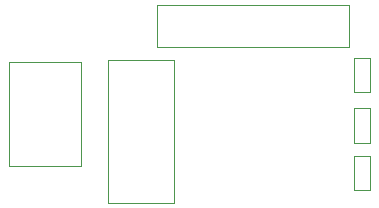
<source format=gbr>
G04 #@! TF.FileFunction,Other,User*
%FSLAX46Y46*%
G04 Gerber Fmt 4.6, Leading zero omitted, Abs format (unit mm)*
G04 Created by KiCad (PCBNEW 4.0.7) date 10/12/17 20:38:22*
%MOMM*%
%LPD*%
G01*
G04 APERTURE LIST*
%ADD10C,0.100000*%
%ADD11C,0.050000*%
G04 APERTURE END LIST*
D10*
D11*
X143072200Y-110054600D02*
X148672200Y-110054600D01*
X148672200Y-110054600D02*
X148672200Y-97954600D01*
X148672200Y-97954600D02*
X143072200Y-97954600D01*
X143072200Y-97954600D02*
X143072200Y-110054600D01*
X163891200Y-97813200D02*
X165191200Y-97813200D01*
X165191200Y-97813200D02*
X165191200Y-100713200D01*
X165191200Y-100713200D02*
X163891200Y-100713200D01*
X163891200Y-100713200D02*
X163891200Y-97813200D01*
X163891200Y-102067600D02*
X165191200Y-102067600D01*
X165191200Y-102067600D02*
X165191200Y-104967600D01*
X165191200Y-104967600D02*
X163891200Y-104967600D01*
X163891200Y-104967600D02*
X163891200Y-102067600D01*
X134689400Y-98114400D02*
X134689400Y-106914400D01*
X140789400Y-106914400D02*
X134689400Y-106914400D01*
X140789400Y-98114400D02*
X140789400Y-106914400D01*
X134689400Y-98114400D02*
X140789400Y-98114400D01*
X163471000Y-93297600D02*
X147171000Y-93297600D01*
X147171000Y-93297600D02*
X147171000Y-96897600D01*
X147171000Y-96897600D02*
X163471000Y-96897600D01*
X163471000Y-96897600D02*
X163471000Y-93297600D01*
X163891200Y-106080800D02*
X165191200Y-106080800D01*
X165191200Y-106080800D02*
X165191200Y-108980800D01*
X165191200Y-108980800D02*
X163891200Y-108980800D01*
X163891200Y-108980800D02*
X163891200Y-106080800D01*
M02*

</source>
